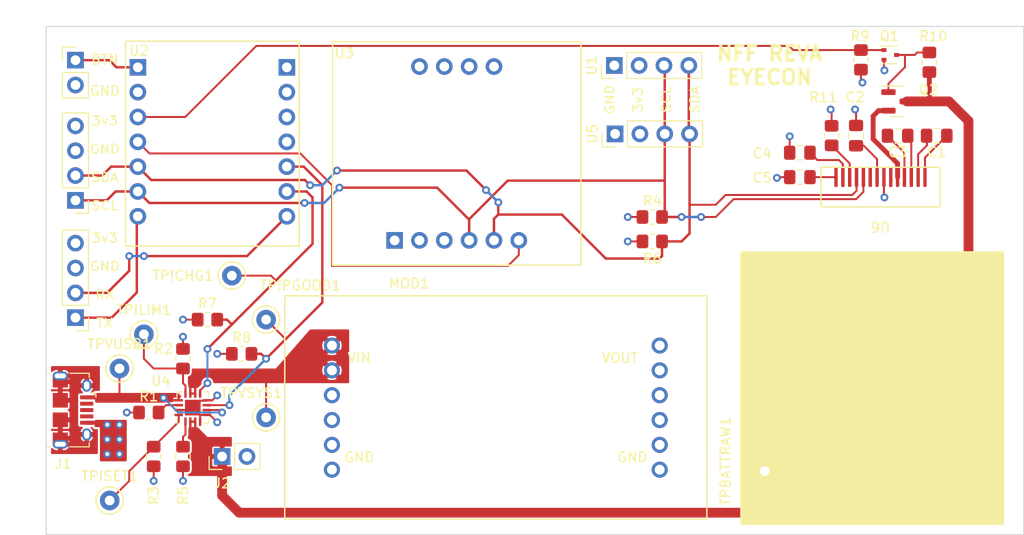
<source format=kicad_pcb>
(kicad_pcb (version 20211014) (generator pcbnew)
  (layers (0 "F.Cu" signal) (1 "In1.Cu" signal) (2 "In2.Cu" signal) (31 "B.Cu" signal) (34 "B.Paste" user) (35 "F.Paste" user) (36 "B.SilkS" user "B.Silkscreen") (37 "F.SilkS" user "F.Silkscreen") (38 "B.Mask" user) (39 "F.Mask" user) (44 "Edge.Cuts" user))
  (net 0 "")
  (net 1 "/C2P")
  (net 2 "/C2N")
  (net 3 "Net-(C2-Pad1)")
  (net 4 "GND")
  (net 5 "/C1P")
  (net 6 "/C1N")
  (net 7 "Net-(C4-Pad1)")
  (net 8 "Net-(C5-Pad1)")
  (net 9 "/+VUSB")
  (net 13 "unconnected-(J1-Pad6)")
  (net 14 "/VBATT_RAW")
  (net 15 "/BUTTON")
  (net 16 "/TX_FROM_MICRO")
  (net 17 "/RX_TO_MICRO")
  (net 18 "+3V3")
  (net 19 "/SCL")
  (net 20 "/SDA")
  (net 21 "/OLED_EN")
  (net 22 "Net-(Q1-Pad3)")
  (net 23 "/VBAT_OLED")
  (net 24 "Net-(R1-Pad2)")
  (net 25 "Net-(R2-Pad2)")
  (net 26 "Net-(R3-Pad2)")
  (net 27 "Net-(R5-Pad2)")
  (net 28 "/!CHG")
  (net 29 "/!PGOOD")
  (net 30 "Net-(R11-Pad1)")
  (net 32 "/BNO_RST")
  (net 42 "/VSYS")
  (footprint "po2:TPS51220EVM" (layer "F.Cu") (at 99 78)
    (fp_text reference "MOD1" (at -8.89 -12.7) (layer "F.SilkS"))
    (fp_text value "TPS61220EVM")
    (fp_text user "GND" (at 13.97 5.08) (layer "F.SilkS"))
    (fp_text user "VIN" (at -13.97 -5.08) (layer "F.SilkS"))
    (fp_text user "GND" (at -13.97 5.08) (layer "F.SilkS"))
    (fp_text user "VOUT" (at 12.7 -5.08) (layer "F.SilkS"))
    (pad "" thru_hole circle locked (at 16.764 1.27) (size 1.651 1.651) (drill 1.016) (layers *.Cu *.Mask))
    (pad "" thru_hole circle locked (at -16.764 -1.27) (size 1.651 1.651) (drill 1.016) (layers *.Cu *.Mask))
    (pad "" thru_hole circle locked (at 16.764 -1.27) (size 1.651 1.651) (drill 1.016) (layers *.Cu *.Mask))
    (pad "" thru_hole circle locked (at -16.764 1.27) (size 1.651 1.651) (drill 1.016) (layers *.Cu *.Mask))
    (pad "1" thru_hole circle locked (at -16.764 -3.81) (size 1.651 1.651) (drill 1.016) (layers *.Cu *.Mask) (net 42 "/VSYS"))
    (pad "1" thru_hole circle locked (at -16.764 -6.35) (size 1.651 1.651) (drill 1.016) (layers *.Cu *.Mask) (net 42 "/VSYS"))
    (pad "2" thru_hole circle locked (at -16.764 3.81) (size 1.651 1.651) (drill 1.016) (layers *.Cu *.Mask) (net 4 "GND"))
    (pad "2" thru_hole circle locked (at -16.764 6.35) (size 1.651 1.651) (drill 1.016) (layers *.Cu *.Mask) (net 4 "GND"))
    (pad "3" thru_hole circle locked (at 16.764 -6.35) (size 1.651 1.651) (drill 1.016) (layers *.Cu *.Mask) (net 18 "+3V3"))
    (pad "3" thru_hole circle locked (at 16.764 -3.81) (size 1.651 1.651) (drill 1.016) (layers *.Cu *.Mask) (net 18 "+3V3"))
    (pad "4" thru_hole circle locked (at 16.764 3.81) (size 1.651 1.651) (drill 1.016) (layers *.Cu *.Mask) (net 4 "GND"))
    (pad "4" thru_hole circle locked (at 16.764 6.35) (size 1.651 1.651) (drill 1.016) (layers *.Cu *.Mask) (net 4 "GND"))
  )
  (footprint "Connector_PinHeader_2.54mm:PinHeader_1x04_P2.54mm_Vertical" (layer "F.Cu") (at 111.12 43 90)
    (fp_text reference "U1" (at 0 -2.33 90) (layer "F.SilkS"))
    (fp_text value "MS5837 breakout")
    (pad "1" thru_hole rect (at 0 0 90) (size 1.7 1.7) (drill 1) (layers *.Cu *.Mask) (net 4 "GND"))
    (pad "2" thru_hole oval (at 0 2.54 90) (size 1.7 1.7) (drill 1) (layers *.Cu *.Mask) (net 18 "+3V3"))
    (pad "3" thru_hole oval (at 0 5.08 90) (size 1.7 1.7) (drill 1) (layers *.Cu *.Mask) (net 19 "/SCL"))
    (pad "4" thru_hole oval (at 0 7.62 90) (size 1.7 1.7) (drill 1) (layers *.Cu *.Mask) (net 20 "/SDA"))
  )
  (footprint "Resistor_SMD:R_0805_2012Metric_Pad1.20x1.40mm_HandSolder" (layer "F.Cu") (at 73 72.5)
    (fp_text reference "R8" (at 0 -1.65) (layer "F.SilkS"))
    (fp_text value "10k")
    (pad "1" smd roundrect (at -1 0) (size 1.2 1.4) (layers "F.Cu" "F.Paste" "F.Mask") (roundrect_rratio 0.2083333333) (net 18 "+3V3"))
    (pad "2" smd roundrect (at 1 0) (size 1.2 1.4) (layers "F.Cu" "F.Paste" "F.Mask") (roundrect_rratio 0.2083333333) (net 29 "/!PGOOD"))
  )
  (footprint "Package_DFN_QFN:VQFN-16-1EP_3x3mm_P0.5mm_EP1.6x1.6mm" (layer "F.Cu") (at 68 78 90)
    (fp_text reference "U4" (at 2.75 -3.25 180) (layer "F.SilkS"))
    (fp_text value "BQ24072RGT")
    (pad "1" smd roundrect (at -1.4375 -0.75 90) (size 0.875 0.25) (layers "F.Cu" "F.Paste" "F.Mask") (net 27 "Net-(R5-Pad2)"))
    (pad "2" smd roundrect (at -1.4375 -0.25 90) (size 0.875 0.25) (layers "F.Cu" "F.Paste" "F.Mask") (net 14 "/VBATT_RAW"))
    (pad "3" smd roundrect (at -1.4375 0.25 90) (size 0.875 0.25) (layers "F.Cu" "F.Paste" "F.Mask") (net 14 "/VBATT_RAW"))
    (pad "4" smd roundrect (at -1.4375 0.75 90) (size 0.875 0.25) (layers "F.Cu" "F.Paste" "F.Mask") (net 4 "GND"))
    (pad "5" smd roundrect (at -0.75 1.4375 90) (size 0.25 0.875) (layers "F.Cu" "F.Paste" "F.Mask") (net 4 "GND"))
    (pad "6" smd roundrect (at -0.25 1.4375 90) (size 0.25 0.875) (layers "F.Cu" "F.Paste" "F.Mask") (net 9 "/+VUSB"))
    (pad "7" smd roundrect (at 0.25 1.4375 90) (size 0.25 0.875) (layers "F.Cu" "F.Paste" "F.Mask") (net 29 "/!PGOOD"))
    (pad "8" smd roundrect (at 0.75 1.4375 90) (size 0.25 0.875) (layers "F.Cu" "F.Paste" "F.Mask") (net 4 "GND"))
    (pad "9" smd roundrect (at 1.4375 0.75 90) (size 0.875 0.25) (layers "F.Cu" "F.Paste" "F.Mask") (net 28 "/!CHG"))
    (pad "10" smd roundrect (at 1.4375 0.25 90) (size 0.875 0.25) (layers "F.Cu" "F.Paste" "F.Mask") (net 42 "/VSYS"))
    (pad "11" smd roundrect (at 1.4375 -0.25 90) (size 0.875 0.25) (layers "F.Cu" "F.Paste" "F.Mask") (net 42 "/VSYS"))
    (pad "12" smd roundrect (at 1.4375 -0.75 90) (size 0.875 0.25) (layers "F.Cu" "F.Paste" "F.Mask") (net 25 "Net-(R2-Pad2)"))
    (pad "13" smd roundrect (at 0.75 -1.4375 90) (size 0.25 0.875) (layers "F.Cu" "F.Paste" "F.Mask") (net 9 "/+VUSB"))
    (pad "14" smd roundrect (at 0.25 -1.4375 90) (size 0.25 0.875) (layers "F.Cu" "F.Paste" "F.Mask") (net 24 "Net-(R1-Pad2)"))
    (pad "15" smd roundrect (at -0.25 -1.4375 90) (size 0.25 0.875) (layers "F.Cu" "F.Paste" "F.Mask") (net 4 "GND"))
    (pad "16" smd roundrect (at -0.75 -1.4375 90) (size 0.25 0.875) (layers "F.Cu" "F.Paste" "F.Mask") (net 26 "Net-(R3-Pad2)"))
    (pad "17" smd rect (at 0 0 90) (size 1.6 1.6) (layers "F.Cu" "F.Mask") (net 4 "GND"))
  )
  (footprint "Capacitor_SMD:C_0805_2012Metric_Pad1.18x1.45mm_HandSolder" (layer "F.Cu") (at 144.1 50.191 180)
    (fp_text reference "C1" (at 0 -1.68) (layer "F.SilkS"))
    (fp_text value "C")
    (pad "1" smd roundrect (at -1.0375 0 180) (size 1.175 1.45) (layers "F.Cu" "F.Paste" "F.Mask") (roundrect_rratio 0.2127659574) (net 1 "/C2P"))
    (pad "2" smd roundrect (at 1.0375 0 180) (size 1.175 1.45) (layers "F.Cu" "F.Paste" "F.Mask") (roundrect_rratio 0.2127659574) (net 2 "/C2N"))
  )
  (footprint "Capacitor_SMD:C_0805_2012Metric_Pad1.18x1.45mm_HandSolder" (layer "F.Cu") (at 130.1 51.925 180)
    (fp_text reference "C4" (at 3.85 -0.075) (layer "F.SilkS"))
    (fp_text value "C")
    (pad "1" smd roundrect (at -1.0375 0 180) (size 1.175 1.45) (layers "F.Cu" "F.Paste" "F.Mask") (roundrect_rratio 0.2127659574) (net 7 "Net-(C4-Pad1)"))
    (pad "2" smd roundrect (at 1.0375 0 180) (size 1.175 1.45) (layers "F.Cu" "F.Paste" "F.Mask") (roundrect_rratio 0.2127659574) (net 4 "GND"))
  )
  (footprint "Connector_PinHeader_2.54mm:PinHeader_1x04_P2.54mm_Vertical" (layer "F.Cu") (at 56 56.8 180)
    (fp_text reference "J5" hide)
    (fp_text value "Conn_01x04_Female")
    (pad "1" thru_hole rect (at 0 0 180) (size 1.7 1.7) (drill 1) (layers *.Cu *.Mask) (net 19 "/SCL"))
    (pad "2" thru_hole oval (at 0 2.54 180) (size 1.7 1.7) (drill 1) (layers *.Cu *.Mask) (net 20 "/SDA"))
    (pad "3" thru_hole oval (at 0 5.08 180) (size 1.7 1.7) (drill 1) (layers *.Cu *.Mask) (net 4 "GND"))
    (pad "4" thru_hole oval (at 0 7.62 180) (size 1.7 1.7) (drill 1) (layers *.Cu *.Mask) (net 18 "+3V3"))
  )
  (footprint "Package_TO_SOT_SMD:SOT-523" (layer "F.Cu") (at 139.35 41.925)
    (fp_text reference "Q1" (at -0.1 -1.925) (layer "F.SilkS"))
    (fp_text value "Q_NMOS_GSD")
    (pad "1" smd rect (at -0.645 -0.5 180) (size 0.51 0.4) (layers "F.Cu" "F.Paste" "F.Mask") (net 21 "/OLED_EN"))
    (pad "2" smd rect (at -0.645 0.5 180) (size 0.51 0.4) (layers "F.Cu" "F.Paste" "F.Mask") (net 4 "GND"))
    (pad "3" smd rect (at 0.645 0 180) (size 0.51 0.4) (layers "F.Cu" "F.Paste" "F.Mask") (net 22 "Net-(Q1-Pad3)"))
  )
  (footprint "Connector_PinHeader_2.54mm:PinHeader_1x04_P2.54mm_Vertical" (layer "F.Cu") (at 56 68.8 180)
    (fp_text reference "J4" hide)
    (fp_text value "Conn_01x04_Female")
    (pad "1" thru_hole rect (at 0 0 180) (size 1.7 1.7) (drill 1) (layers *.Cu *.Mask) (net 16 "/TX_FROM_MICRO"))
    (pad "2" thru_hole oval (at 0 2.54 180) (size 1.7 1.7) (drill 1) (layers *.Cu *.Mask) (net 17 "/RX_TO_MICRO"))
    (pad "3" thru_hole oval (at 0 5.08 180) (size 1.7 1.7) (drill 1) (layers *.Cu *.Mask) (net 4 "GND"))
    (pad "4" thru_hole oval (at 0 7.62 180) (size 1.7 1.7) (drill 1) (layers *.Cu *.Mask) (net 18 "+3V3"))
  )
  (footprint "Connector_PinHeader_2.54mm:PinHeader_1x02_P2.54mm_Vertical" (layer "F.Cu") (at 56 42.46)
    (fp_text reference "J3" hide)
    (fp_text value "Conn_01x02_Female")
    (pad "1" thru_hole rect (at 0 0) (size 1.7 1.7) (drill 1) (layers *.Cu *.Mask) (net 15 "/BUTTON"))
    (pad "2" thru_hole oval (at 0 2.54) (size 1.7 1.7) (drill 1) (layers *.Cu *.Mask) (net 4 "GND"))
  )
  (footprint "TestPoint:TestPoint_Keystone_5000-5004_Miniature" (layer "F.Cu") (at 75.5 79)
    (fp_text reference "TPVSYS1" (at -1.5 -2.5) (layer "F.SilkS"))
    (fp_text value "TestPoint")
    (pad "1" thru_hole circle (at 0 0) (size 2 2) (drill 1) (layers *.Cu *.Mask) (net 42 "/VSYS"))
  )
  (footprint "TestPoint:TestPoint_Keystone_5000-5004_Miniature" (layer "F.Cu") (at 75.5 69)
    (fp_text reference "TP!PGOOD1" (at 3.5 -3.5) (layer "F.SilkS"))
    (fp_text value "TestPoint")
    (pad "1" thru_hole circle (at 0 0) (size 2 2) (drill 1) (layers *.Cu *.Mask) (net 29 "/!PGOOD"))
  )
  (footprint "Resistor_SMD:R_0805_2012Metric_Pad1.20x1.40mm_HandSolder" (layer "F.Cu") (at 69.5 69)
    (fp_text reference "R7" (at 0 -1.65) (layer "F.SilkS"))
    (fp_text value "10k")
    (pad "1" smd roundrect (at -1 0) (size 1.2 1.4) (layers "F.Cu" "F.Paste" "F.Mask") (roundrect_rratio 0.2083333333) (net 18 "+3V3"))
    (pad "2" smd roundrect (at 1 0) (size 1.2 1.4) (layers "F.Cu" "F.Paste" "F.Mask") (roundrect_rratio 0.2083333333) (net 28 "/!CHG"))
  )
  (footprint "Connector_USB:USB_Micro-B_Amphenol_10118194_Horizontal" (layer "F.Cu") (at 55.75 78.25 -90)
    (fp_text reference "J1" (at 5.5 1 180) (layer "F.SilkS"))
    (fp_text value "USB_B_Micro")
    (pad "1" smd rect (at -1.3 -1.4 270) (size 0.4 1.35) (layers "F.Cu" "F.Paste" "F.Mask") (net 9 "/+VUSB"))
    (pad "2" smd rect (at -0.65 -1.4 270) (size 0.4 1.35) (layers "F.Cu" "F.Paste" "F.Mask"))
    (pad "3" smd rect (at 0 -1.4 270) (size 0.4 1.35) (layers "F.Cu" "F.Paste" "F.Mask"))
    (pad "4" smd rect (at 0.65 -1.4 270) (size 0.4 1.35) (layers "F.Cu" "F.Paste" "F.Mask"))
    (pad "5" smd rect (at 1.3 -1.4 270) (size 0.4 1.35) (layers "F.Cu" "F.Paste" "F.Mask") (net 4 "GND"))
    (pad "6" thru_hole oval (at -2.5 -1.4 270) (size 1.25 0.95) (drill oval 0.85 0.55) (layers *.Cu *.Mask) (net 13 "unconnected-(J1-Pad6)"))
    (pad "6" thru_hole oval (at 3.5 1.3 270) (size 0.89 1.55) (drill oval 0.5 1.15) (layers *.Cu *.Mask) (net 13 "unconnected-(J1-Pad6)"))
    (pad "6" smd rect (at -1 1.3 270) (size 1.5 1.55) (layers "F.Cu" "F.Paste" "F.Mask") (net 13 "unconnected-(J1-Pad6)"))
    (pad "6" thru_hole oval (at 2.5 -1.4 270) (size 1.25 0.95) (drill oval 0.85 0.55) (layers *.Cu *.Mask) (net 13 "unconnected-(J1-Pad6)"))
    (pad "6" smd rect (at 2.9 1.3 270) (size 1.2 1.55) (layers "F.Cu" "F.Paste" "F.Mask") (net 13 "unconnected-(J1-Pad6)"))
    (pad "6" thru_hole oval (at -3.5 1.3 270) (size 0.89 1.55) (drill oval 0.5 1.15) (layers *.Cu *.Mask) (net 13 "unconnected-(J1-Pad6)"))
    (pad "6" smd rect (at -2.9 1.3 270) (size 1.2 1.55) (layers "F.Cu" "F.Paste" "F.Mask") (net 13 "unconnected-(J1-Pad6)"))
    (pad "6" smd rect (at 1 1.3 270) (size 1.5 1.55) (layers "F.Cu" "F.Paste" "F.Mask") (net 13 "unconnected-(J1-Pad6)"))
  )
  (footprint "TestPoint:TestPoint_Keystone_5000-5004_Miniature" (layer "F.Cu") (at 59.5 87.5)
    (fp_text reference "TPISET1" (at 0 -2.5) (layer "F.SilkS"))
    (fp_text value "TestPoint")
    (pad "1" thru_hole circle (at 0 0) (size 2 2) (drill 1) (layers *.Cu *.Mask) (net 26 "Net-(R3-Pad2)"))
  )
  (footprint "Resistor_SMD:R_0805_2012Metric_Pad1.20x1.40mm_HandSolder" (layer "F.Cu") (at 143.35 42.675 90)
    (fp_text reference "R10" (at 2.675 0.4) (layer "F.SilkS"))
    (fp_text value "R")
    (pad "1" smd roundrect (at -1 0 90) (size 1.2 1.4) (layers "F.Cu" "F.Paste" "F.Mask") (roundrect_rratio 0.2083333333) (net 14 "/VBATT_RAW"))
    (pad "2" smd roundrect (at 1 0 90) (size 1.2 1.4) (layers "F.Cu" "F.Paste" "F.Mask") (roundrect_rratio 0.2083333333) (net 22 "Net-(Q1-Pad3)"))
  )
  (footprint "Capacitor_SMD:C_0805_2012Metric_Pad1.18x1.45mm_HandSolder" (layer "F.Cu") (at 130.1 54.425 180)
    (fp_text reference "C5" (at 3.85 -0.075) (layer "F.SilkS"))
    (fp_text value "C")
    (pad "1" smd roundrect (at -1.0375 0 180) (size 1.175 1.45) (layers "F.Cu" "F.Paste" "F.Mask") (roundrect_rratio 0.2127659574) (net 8 "Net-(C5-Pad1)"))
    (pad "2" smd roundrect (at 1.0375 0 180) (size 1.175 1.45) (layers "F.Cu" "F.Paste" "F.Mask") (roundrect_rratio 0.2127659574) (net 4 "GND"))
  )
  (footprint "Resistor_SMD:R_0805_2012Metric_Pad1.20x1.40mm_HandSolder" (layer "F.Cu") (at 63.5 78.5)
    (fp_text reference "R1" (at 0 -1.65) (layer "F.SilkS"))
    (fp_text value "46k4")
    (pad "1" smd roundrect (at -1 0) (size 1.2 1.4) (layers "F.Cu" "F.Paste" "F.Mask") (roundrect_rratio 0.2083333333) (net 4 "GND"))
    (pad "2" smd roundrect (at 1 0) (size 1.2 1.4) (layers "F.Cu" "F.Paste" "F.Mask") (roundrect_rratio 0.2083333333) (net 24 "Net-(R1-Pad2)"))
  )
  (footprint "Resistor_SMD:R_0805_2012Metric_Pad1.20x1.40mm_HandSolder" (layer "F.Cu") (at 64 83 90)
    (fp_text reference "R3" (at -4 0 90) (layer "F.SilkS"))
    (fp_text value "7k5")
    (pad "1" smd roundrect (at -1 0 90) (size 1.2 1.4) (layers "F.Cu" "F.Paste" "F.Mask") (roundrect_rratio 0.2083333333) (net 4 "GND"))
    (pad "2" smd roundrect (at 1 0 90) (size 1.2 1.4) (layers "F.Cu" "F.Paste" "F.Mask") (roundrect_rratio 0.2083333333) (net 26 "Net-(R3-Pad2)"))
  )
  (footprint "Capacitor_SMD:C_0805_2012Metric_Pad1.18x1.45mm_HandSolder" (layer "F.Cu") (at 135.85 50.175 90)
    (fp_text reference "C2" (at 3.925 -0.1 180) (layer "F.SilkS"))
    (fp_text value "C")
    (pad "1" smd roundrect (at -1.0375 0 90) (size 1.175 1.45) (layers "F.Cu" "F.Paste" "F.Mask") (roundrect_rratio 0.2127659574) (net 3 "Net-(C2-Pad1)"))
    (pad "2" smd roundrect (at 1.0375 0 90) (size 1.175 1.45) (layers "F.Cu" "F.Paste" "F.Mask") (roundrect_rratio 0.2127659574) (net 4 "GND"))
  )
  (footprint "DevBoards:QTPY ESP32 C3" (layer "F.Cu") (at 70 44.9675)
    (fp_text reference "U2" (at -7.5 -3.4675 unlocked) (layer "F.SilkS"))
    (fp_text value "Adafruit_QTPY_ESP32-C3")
    (pad "1" thru_hole rect (at -7.62 -1.778) (size 1.7 1.7) (drill 1) (layers *.Cu *.Mask) (net 15 "/BUTTON"))
    (pad "2" thru_hole oval (at -7.62 0.762) (size 1.7 1.7) (drill 1) (layers *.Cu *.Mask))
    (pad "3" thru_hole oval (at -7.62 3.302) (size 1.7 1.7) (drill 1) (layers *.Cu *.Mask) (net 21 "/OLED_EN"))
    (pad "4" thru_hole oval (at -7.62 5.842) (size 1.7 1.7) (drill 1) (layers *.Cu *.Mask) (net 32 "/BNO_RST"))
    (pad "5" thru_hole oval (at -7.62 8.382) (size 1.7 1.7) (drill 1) (layers *.Cu *.Mask) (net 20 "/SDA"))
    (pad "6" thru_hole oval (at -7.62 10.922) (size 1.7 1.7) (drill 1) (layers *.Cu *.Mask) (net 19 "/SCL"))
    (pad "7" thru_hole oval (at -7.62 13.462) (size 1.7 1.7) (drill 1) (layers *.Cu *.Mask) (net 16 "/TX_FROM_MICRO"))
    (pad "8" thru_hole oval (at 7.62 13.462) (size 1.7 1.7) (drill 1) (layers *.Cu *.Mask) (net 17 "/RX_TO_MICRO"))
    (pad "9" thru_hole oval (at 7.62 10.922) (size 1.7 1.7) (drill 1) (layers *.Cu *.Mask) (net 28 "/!CHG"))
    (pad "10" thru_hole oval (at 7.62 8.382) (size 1.7 1.7) (drill 1) (layers *.Cu *.Mask) (net 29 "/!PGOOD"))
    (pad "11" thru_hole oval (at 7.62 5.842) (size 1.7 1.7) (drill 1) (layers *.Cu *.Mask))
    (pad "12" thru_hole oval (at 7.62 3.302) (size 1.7 1.7) (drill 1) (layers *.Cu *.Mask) (net 18 "+3V3"))
    (pad "13" thru_hole oval (at 7.62 0.762) (size 1.7 1.7) (drill 1) (layers *.Cu *.Mask) (net 4 "GND"))
    (pad "14" thru_hole rect (at 7.62 -1.778) (size 1.7 1.7) (drill 1) (layers *.Cu *.Mask))
  )
  (footprint "Connector_PinHeader_2.54mm:PinHeader_1x02_P2.54mm_Vertical" (layer "F.Cu") (at 71 83 90)
    (fp_text reference "J2" (at -2.75 0) (layer "F.SilkS"))
    (fp_text value "Conn_01x02_Female")
    (pad "1" thru_hole rect (at 0 0 90) (size 1.7 1.7) (drill 1) (layers *.Cu *.Mask) (net 14 "/VBATT_RAW"))
    (pad "2" thru_hole oval (at 0 2.54 90) (size 1.7 1.7) (drill 1) (layers *.Cu *.Mask) (net 4 "GND"))
  )
  (footprint "Resistor_SMD:R_0805_2012Metric_Pad1.20x1.40mm_HandSolder" (layer "F.Cu") (at 133.35 50.175 90)
    (fp_text reference "R11" (at 3.925 -0.85) (layer "F.SilkS"))
    (fp_text value "R")
    (pad "1" smd roundrect (at -1 0 90) (size 1.2 1.4) (layers "F.Cu" "F.Paste" "F.Mask") (roundrect_rratio 0.2083333333) (net 30 "Net-(R11-Pad1)"))
    (pad "2" smd roundrect (at 1 0 90) (size 1.2 1.4) (layers "F.Cu" "F.Paste" "F.Mask") (roundrect_rratio 0.2083333333) (net 4 "GND"))
  )
  (footprint "TestPoint:TestPoint_Keystone_5000-5004_Miniature" (layer "F.Cu") (at 72 64.5)
    (fp_text reference "TP!CHG1" (at -5 0) (layer "F.SilkS"))
    (fp_text value "TestPoint")
    (pad "1" thru_hole circle (at 0 0) (size 2 2) (drill 1) (layers *.Cu *.Mask) (net 28 "/!CHG"))
  )
  (footprint "oled:ER OLED49.0" (layer "F.Cu") (at 138.35 54.425 180)
    (fp_text reference "U6" (at 0 -5.08 180 unlocked) (layer "F.SilkS"))
    (fp_text value "ER-OLED0.49-1")
    (pad "1" smd roundrect (at -4.55 0) (size 0.35 2) (layers "F.Cu" "F.Paste" "F.Mask") (net 1 "/C2P"))
    (pad "2" smd roundrect (at -3.85 0) (size 0.35 2) (layers "F.Cu" "F.Paste" "F.Mask") (net 2 "/C2N"))
    (pad "3" smd roundrect (at -3.15 0) (size 0.35 2) (layers "F.Cu" "F.Paste" "F.Mask") (net 5 "/C1P"))
    (pad "4" smd roundrect (at -2.45 0) (size 0.35 2) (layers "F.Cu" "F.Paste" "F.Mask") (net 6 "/C1N"))
    (pad "5" smd roundrect (at -1.75 0) (size 0.35 2) (layers "F.Cu" "F.Paste" "F.Mask") (net 23 "/VBAT_OLED"))
    (pad "6" smd roundrect (at -1.05 0) (size 0.35 2) (layers "F.Cu" "F.Paste" "F.Mask"))
    (pad "7" smd roundrect (at -0.35 0) (size 0.35 2) (layers "F.Cu" "F.Paste" "F.Mask") (net 4 "GND"))
    (pad "8" smd roundrect (at 0.35 0) (size 0.35 2) (layers "F.Cu" "F.Paste" "F.Mask") (net 3 "Net-(C2-Pad1)"))
    (pad "9" smd roundrect (at 1.05 0) (size 0.35 2) (layers "F.Cu" "F.Paste" "F.Mask"))
    (pad "10" smd roundrect (at 1.75 -0.005128) (size 0.35 2) (layers "F.Cu" "F.Paste" "F.Mask") (net 19 "/SCL"))
    (pad "11" smd roundrect (at 2.45 0) (size 0.35 2) (layers "F.Cu" "F.Paste" "F.Mask") (net 20 "/SDA"))
    (pad "12" smd roundrect (at 3.15 0) (size 0.35 2) (layers "F.Cu" "F.Paste" "F.Mask") (net 30 "Net-(R11-Pad1)"))
    (pad "13" smd roundrect (at 3.85 -0.005128) (size 0.35 2) (layers "F.Cu" "F.Paste" "F.Mask") (net 7 "Net-(C4-Pad1)"))
    (pad "14" smd roundrect (at 4.55 0) (size 0.35 2) (layers "F.Cu" "F.Paste" "F.Mask") (net 8 "Net-(C5-Pad1)"))
  )
  (footprint "TestPoint:TestPoint_Keystone_5000-5004_Miniature" (layer "F.Cu") (at 63 70.5)
    (fp_text reference "TPILIM1" (at 0 -2.5) (layer "F.SilkS"))
    (fp_text value "TestPoint")
    (pad "1" thru_hole circle (at 0 0) (size 2 2) (drill 1) (layers *.Cu *.Mask) (net 25 "Net-(R2-Pad2)"))
  )
  (footprint "TestPoint:TestPoint_Keystone_5000-5004_Miniature" (layer "F.Cu") (at 60.5 74)
    (fp_text reference "TPVUSB1" (at 0 -2.5) (layer "F.SilkS"))
    (fp_text value "TestPoint")
    (pad "1" thru_hole circle (at 0 0) (size 2 2) (drill 1) (layers *.Cu *.Mask) (net 9 "/+VUSB"))
  )
  (footprint "Resistor_SMD:R_0805_2012Metric_Pad1.20x1.40mm_HandSolder" (layer "F.Cu") (at 67 83 90)
    (fp_text reference "R5" (at -4 0 90) (layer "F.SilkS"))
    (fp_text value "10k")
    (pad "1" smd roundrect (at -1 0 90) (size 1.2 1.4) (layers "F.Cu" "F.Paste" "F.Mask") (roundrect_rratio 0.2083333333) (net 4 "GND"))
    (pad "2" smd roundrect (at 1 0 90) (size 1.2 1.4) (layers "F.Cu" "F.Paste" "F.Mask") (roundrect_rratio 0.2083333333) (net 27 "Net-(R5-Pad2)"))
  )
  (footprint "TestPoint:TestPoint_Keystone_5000-5004_Miniature" (layer "F.Cu") (at 126.5 84.5)
    (fp_text reference "TPBATTRAW1" (at -4 -1 90) (layer "F.SilkS"))
    (fp_text value "TestPoint")
    (pad "1" thru_hole circle (at 0 0) (size 2 2) (drill 1) (layers *.Cu *.Mask) (net 14 "/VBATT_RAW"))
  )
  (footprint "Resistor_SMD:R_0805_2012Metric_Pad1.20x1.40mm_HandSolder" (layer "F.Cu") (at 115 58.5)
    (fp_text reference "R4" (at 0 -1.65) (layer "F.SilkS"))
    (fp_text value "R")
    (pad "1" smd roundrect (at -1 0) (size 1.2 1.4) (layers "F.Cu" "F.Paste" "F.Mask") (roundrect_rratio 0.2083333333) (net 18 "+3V3"))
    (pad "2" smd roundrect (at 1 0) (size 1.2 1.4) (layers "F.Cu" "F.Paste" "F.Mask") (roundrect_rratio 0.2083333333) (net 19 "/SCL"))
  )
  (footprint "Resistor_SMD:R_0805_2012Metric_Pad1.20x1.40mm_HandSolder" (layer "F.Cu") (at 136.35 42.425 90)
    (fp_text reference "R9" (at 2.425 -0.1 180) (layer "F.SilkS"))
    (fp_text value "R")
    (pad "1" smd roundrect (at -1 0 90) (size 1.2 1.4) (layers "F.Cu" "F.Paste" "F.Mask") (roundrect_rratio 0.2083333333) (net 4 "GND"))
    (pad "2" smd roundrect (at 1 0 90) (size 1.2 1.4) (layers "F.Cu" "F.Paste" "F.Mask") (roundrect_rratio 0.2083333333) (net 21 "/OLED_EN"))
  )
  (footprint "Capacitor_SMD:C_0805_2012Metric_Pad1.18x1.45mm_HandSolder" (layer "F.Cu") (at 140.1 50.191 180)
    (fp_text reference "C3" (at 0 -1.68) (layer "F.SilkS"))
    (fp_text value "C")
    (pad "1" smd roundrect (at -1.0375 0 180) (size 1.175 1.45) (layers "F.Cu" "F.Paste" "F.Mask") (roundrect_rratio 0.2127659574) (net 5 "/C1P"))
    (pad "2" smd roundrect (at 1.0375 0 180) (size 1.175 1.45) (layers "F.Cu" "F.Paste" "F.Mask") (roundrect_rratio 0.2127659574) (net 6 "/C1N"))
  )
  (footprint "Resistor_SMD:R_0805_2012Metric_Pad1.20x1.40mm_HandSolder" (layer "F.Cu") (at 115 61)
    (fp_text reference "R6" (at 0 1.75) (layer "F.SilkS"))
    (fp_text value "R")
    (pad "1" smd roundrect (at -1 0) (size 1.2 1.4) (layers "F.Cu" "F.Paste" "F.Mask") (roundrect_rratio 0.2083333333) (net 18 "+3V3"))
    (pad "2" smd roundrect (at 1 0) (size 1.2 1.4) (layers "F.Cu" "F.Paste" "F.Mask") (roundrect_rratio 0.2083333333) (net 20 "/SDA"))
  )
  (footprint "Package_TO_SOT_SMD:SOT-23" (layer "F.Cu") (at 140.1 46.675)
    (fp_text reference "Q2" (at 3.15 -1.175) (layer "F.SilkS"))
    (fp_text value "Q_PMOS_GSD")
    (pad "1" smd roundrect (at -0.9375 -0.95) (size 1.475 0.6) (layers "F.Cu" "F.Paste" "F.Mask") (net 22 "Net-(Q1-Pad3)"))
    (pad "2" smd roundrect (at -0.9375 0.95) (size 1.475 0.6) (layers "F.Cu" "F.Paste" "F.Mask") (net 23 "/VBAT_OLED"))
    (pad "3" smd roundrect (at 0.9375 0) (size 1.475 0.6) (layers "F.Cu" "F.Paste" "F.Mask") (net 14 "/VBATT_RAW"))
  )
  (footprint "DevBoards:Adafruit_BNO_055" (layer "F.Cu") (at 95 43.11)
    (fp_text reference "U3" (at -11.5 -1.36 unlocked) (layer "F.SilkS"))
    (fp_text value "Adafruit_BNO_055")
    (pad "1" thru_hole oval (at 3.81 0 90) (size 1.7 1.7) (drill 1) (layers *.Cu *.Mask))
    (pad "2" thru_hole oval (at 1.27 0 90) (size 1.7 1.7) (drill 1) (layers *.Cu *.Mask))
    (pad "3" thru_hole oval (at -1.27 0 90) (size 1.7 1.7) (drill 1) (layers *.Cu *.Mask))
    (pad "4" thru_hole oval (at -3.81 0 90) (size 1.7 1.7) (drill 1) (layers *.Cu *.Mask))
    (pad "5" thru_hole rect (at -6.35 17.78 90) (size 1.7 1.7) (drill 1) (layers *.Cu *.Mask))
    (pad "6" thru_hole oval (at -3.81 17.78 90) (size 1.7 1.7) (drill 1) (layers *.Cu *.Mask) (net 18 "+3V3"))
    (pad "7" thru_hole oval (at -1.27 17.78 90) (size 1.7 1.7) (drill 1) (layers *.Cu *.Mask) (net 4 "GND"))
    (pad "8" thru_hole oval (at 1.27 17.78 90) (size 1.7 1.7) (drill 1) (layers *.Cu *.Mask) (net 19 "/SCL"))
    (pad "9" thru_hole oval (at 3.81 17.78 90) (size 1.7 1.7) (drill 1) (layers *.Cu *.Mask) (net 20 "/SDA"))
    (pad "10" thru_hole oval (at 6.35 17.78 90) (size 1.7 1.7) (drill 1) (layers *.Cu *.Mask) (net 32 "/BNO_RST"))
  )
  (footprint "Resistor_SMD:R_0805_2012Metric_Pad1.20x1.40mm_HandSolder" (layer "F.Cu") (at 67 73 -90)
    (fp_text reference "R2" (at -1 2 180) (layer "F.SilkS"))
    (fp_text value "3k0")
    (pad "1" smd roundrect (at -1 0 270) (size 1.2 1.4) (layers "F.Cu" "F.Paste" "F.Mask") (roundrect_rratio 0.2083333333) (net 4 "GND"))
    (pad "2" smd roundrect (at 1 0 270) (size 1.2 1.4) (layers "F.Cu" "F.Paste" "F.Mask") (roundrect_rratio 0.2083333333) (net 25 "Net-(R2-Pad2)"))
  )
  (footprint "Connector_PinHeader_2.54mm:PinHeader_1x04_P2.54mm_Vertical" (layer "F.Cu") (at 111.2 50 90)
    (fp_text reference "U5" (at 0 -2.33 90) (layer "F.SilkS"))
    (fp_text value "ER-OLED0.49-1_MODULE")
    (pad "1" thru_hole rect (at 0 0 90) (size 1.7 1.7) (drill 1) (layers *.Cu *.Mask) (net 4 "GND"))
    (pad "2" thru_hole oval (at 0 2.54 90) (size 1.7 1.7) (drill 1) (layers *.Cu *.Mask) (net 18 "+3V3"))
    (pad "3" thru_hole oval (at 0 5.08 90) (size 1.7 1.7) (drill 1) (layers *.Cu *.Mask) (net 19 "/SCL"))
    (pad "4" thru_hole oval (at 0 7.62 90) (size 1.7 1.7) (drill 1) (layers *.Cu *.Mask) (net 20 "/SDA"))
  )
  (gr_rect (start 53 39) (end 153 91) (layer "Edge.Cuts") (width 0.1) (fill none))
  (gr_text "GND\n\n3v3\n\nSCL\n\nSDA" (at 115 46.5 90) (layer "F.SilkS") (effects (font (size 0.9 1))))
  (gr_text "3v3\n\nGND\n\nSDA\n\nSCL" (at 59 53) (layer "F.SilkS") (effects (font (size 0.9 1))))
  (gr_text "BTN\n\nGND" (at 59 44) (layer "F.SilkS") (effects (font (size 1 1))))
  (gr_text "3v3\n\nGND\n\nRX\n\nTX" (at 59 65) (layer "F.SilkS") (effects (font (size 0.9 1))))
  (gr_text "NFF REVA\nEYECON" (at 127 43) (layer "F.SilkS") (effects (font (size 1.5 1.5) (thickness 0.3))))
  (segment (start 142.9 54.425) (end 142.9 52.4285) (width 0.2) (layer "F.Cu") (net 1))
  (segment (start 142.9 52.4285) (end 145.1375 50.191) (width 0.2) (layer "F.Cu") (net 1))
  (segment (start 142.2 52.075) (end 143.1 51.175) (width 0.2) (layer "F.Cu") (net 2))
  (segment (start 142.2 54.425) (end 142.2 52.075) (width 0.2) (layer "F.Cu") (net 2))
  (segment (start 143.1 50.2285) (end 143.0625 50.191) (width 0.2) (layer "F.Cu") (net 2))
  (segment (start 143.1 51.175) (end 143.1 50.2285) (width 0.2) (layer "F.Cu") (net 2))
  (segment (start 138 52.575) (end 136.6375 51.2125) (width 0.2) (layer "F.Cu") (net 3))
  (segment (start 138 54.425) (end 138 52.575) (width 0.2) (layer "F.Cu") (net 3))
  (segment (start 136.6375 51.2125) (end 135.85 51.2125) (width 0.2) (layer "F.Cu") (net 3))
  (segment (start 66.5625 78.25) (end 67.75 78.25) (width 0.2) (layer "F.Cu") (net 4))
  (segment (start 69.4375 77.25) (end 69.38798 77.29952) (width 0.2) (layer "F.Cu") (net 4))
  (segment (start 138.7 56.45) (end 138.75 56.5) (width 0.2) (layer "F.Cu") (net 4))
  (segment (start 67.75 78.25) (end 68 78) (width 0.2) (layer "F.Cu") (net 4))
  (segment (start 135.85 49.1375) (end 135.85 47.6) (width 0.2) (layer "F.Cu") (net 4))
  (segment (start 135.85 47.6) (end 135.75 47.5) (width 0.2) (layer "F.Cu") (net 4))
  (segment (start 67 72) (end 67 70.75) (width 0.2) (layer "F.Cu") (net 4))
  (segment (start 138.705 43.295) (end 138.705 43.455) (width 0.2) (layer "F.Cu") (net 4))
  (segment (start 69.38798 77.29952) (end 68.70048 77.29952) (width 0.2) (layer "F.Cu") (net 4))
  (segment (start 136.35 43.425) (end 136.35 44.6) (width 0.2) (layer "F.Cu") (net 4))
  (segment (start 68.75 79.4375) (end 68.75 78.75) (width 0.2) (layer "F.Cu") (net 4))
  (segment (start 68.70048 77.29952) (end 68 78) (width 0.2) (layer "F.Cu") (net 4))
  (segment (start 129.0625 51.925) (end 129.0625 50.25) (width 0.2) (layer "F.Cu") (net 4))
  (segment (start 69.4375 77.25) (end 70 77.25) (width 0.2) (layer "F.Cu") (net 4))
  (segment (start 68.75 78.75) (end 68 78) (width 0.2) (layer "F.Cu") (net 4))
  (segment (start 64 84) (end 64 85.25) (width 0.2) (layer "F.Cu") (net 4))
  (segment (start 138.705 42.425) (end 138.705 43.295) (width 0.2) (layer "F.Cu") (net 4))
  (segment (start 133.35 47.6) (end 133.25 47.5) (width 0.2) (layer "F.Cu") (net 4))
  (segment (start 133.35 49.175) (end 133.35 47.6) (width 0.2) (layer "F.Cu") (net 4))
  (segment (start 136.35 44.6) (end 136.5 44.75) (width 0.2) (layer "F.Cu") (net 4))
  (segment (start 67 84) (end 67 85.5) (width 0.2) (layer "F.Cu") (net 4))
  (segment (start 138.705 43.455) (end 138.75 43.5) (width 0.2) (layer "F.Cu") (net 4))
  (segment (start 62.5 78.5) (end 61.25 78.5) (width 0.2) (layer "F.Cu") (net 4))
  (segment (start 127.825 54.425) (end 127.75 54.5) (width 0.2) (layer "F.Cu") (net 4))
  (segment (start 127.925 54.425) (end 127.825 54.425) (width 0.2) (layer "F.Cu") (net 4))
  (segment (start 138.7 54.425) (end 138.7 56.45) (width 0.2) (layer "F.Cu") (net 4))
  (segment (start 69.4375 78.75) (end 68.75 78.75) (width 0.2) (layer "F.Cu") (net 4))
  (segment (start 129.0625 54.425) (end 127.925 54.425) (width 0.2) (layer "F.Cu") (net 4))
  (segment (start 69.4375 78.75) (end 69.75 78.75) (width 0.2) (layer "F.Cu") (net 4))
  (segment (start 70 77.25) (end 70.5 76.75) (width 0.2) (layer "F.Cu") (net 4))
  (segment (start 64 85.25) (end 64 85.5) (width 0.2) (layer "F.Cu") (net 4))
  (segment (start 69.75 78.75) (end 70.5 79.5) (width 0.2) (layer "F.Cu") (net 4))
  (via (at 59.25 82.75) (size 0.8) (drill 0.4) (layers "F.Cu" "B.Cu") (net 4))
  (via (at 138.75 56.5) (size 0.8) (drill 0.4) (layers "F.Cu" "B.Cu") (net 4))
  (via (at 67 70.75) (size 0.8) (drill 0.4) (layers "F.Cu" "B.Cu") (net 4))
  (via (at 136.5 44.75) (size 0.8) (drill 0.4) (layers "F.Cu" "B.Cu") (net 4))
  (via (at 127.75 54.5) (size 0.8) (drill 0.4) (layers "F.Cu" "B.Cu") (net 4))
  (via (at 135.75 47.5) (size 0.8) (drill 0.4) (layers "F.Cu" "B.Cu") (net 4))
  (via (at 61.25 78.5) (size 0.8) (drill 0.4) (layers "F.Cu" "B.Cu") (net 4))
  (via (at 60.5 79.75) (size 0.8) (drill 0.4) (layers "F.Cu" "B.Cu") (net 4))
  (via (at 64 85.5) (size 0.8) (drill 0.4) (layers "F.Cu" "B.Cu") (net 4))
  (via (at 70.5 79.5) (size 0.8) (drill 0.4) (layers "F.Cu" "B.Cu") (net 4))
  (via (at 59.25 81.25) (size 0.8) (drill 0.4) (layers "F.Cu" "B.Cu") (net 4))
  (via (at 133.25 47.5) (size 0.8) (drill 0.4) (layers "F.Cu" "B.Cu") (net 4))
  (via (at 70.5 76.75) (size 0.8) (drill 0.4) (layers "F.Cu" "B.Cu") (net 4))
  (via (at 138.75 43.5) (size 0.8) (drill 0.4) (layers "F.Cu" "B.Cu") (net 4))
  (via (at 60.5 81.25) (size 0.8) (drill 0.4) (layers "F.Cu" "B.Cu") (net 4))
  (via (at 60.5 82.75) (size 0.8) (drill 0.4) (layers "F.Cu" "B.Cu") (net 4))
  (via (at 59.25 79.75) (size 0.8) (drill 0.4) (layers "F.Cu" "B.Cu") (net 4))
  (via (at 129.0625 50.25) (size 0.8) (drill 0.4) (layers "F.Cu" "B.Cu") (net 4))
  (via (at 67 85.5) (size 0.8) (drill 0.4) (layers "F.Cu" "B.Cu") (net 4))
  (segment (start 141.5 54.425) (end 141.5 50.5535) (width 0.2) (layer "F.Cu") (net 5))
  (segment (start 141.5 50.5535) (end 141.1375 50.191) (width 0.2) (layer "F.Cu") (net 5))
  (segment (start 140.8 54.425) (end 140.8 51.9285) (width 0.2) (layer "F.Cu") (net 6))
  (segment (start 140.8 51.9285) (end 139.0625 50.191) (width 0.2) (layer "F.Cu") (net 6))
  (segment (start 131.1375 51.925) (end 131.8875 52.675) (width 0.2) (layer "F.Cu") (net 7))
  (segment (start 131.8875 52.675) (end 134.1 52.675) (width 0.2) (layer "F.Cu") (net 7))
  (segment (start 134.5 53.075) (end 134.5 54.430128) (width 0.2) (layer "F.Cu") (net 7))
  (segment (start 134.1 52.675) (end 134.5 53.075) (width 0.2) (layer "F.Cu") (net 7))
  (segment (start 131.1375 54.425) (end 133.8 54.425) (width 0.2) (layer "F.Cu") (net 8))
  (segment (start 70.75 78.25) (end 71 78.5) (width 0.2) (layer "F.Cu") (net 9))
  (segment (start 60.5 74) (end 60.5 77) (width 0.2) (layer "F.Cu") (net 9))
  (segment (start 69.4375 78.25) (end 70.75 78.25) (width 0.2) (layer "F.Cu") (net 9))
  (via (at 65 77) (size 0.8) (drill 0.4) (layers "F.Cu" "B.Cu") (net 9))
  (via (at 71 78.5) (size 0.8) (drill 0.4) (layers "F.Cu" "B.Cu") (net 9))
  (segment (start 71 78.5) (end 66.5 78.5) (width 0.2) (layer "B.Cu") (net 9))
  (segment (start 66.5 78.5) (end 65 77) (width 0.2) (layer "B.Cu") (net 9))
  (segment (start 147.35 48.675) (end 145.35 46.675) (width 1) (layer "F.Cu") (net 14))
  (segment (start 126.25 88.75) (end 128.5 86.5) (width 1) (layer "F.Cu") (net 14))
  (segment (start 145.35 46.675) (end 143.1 46.675) (width 1) (layer "F.Cu") (net 14))
  (segment (start 128.5 86.5) (end 147.35 67.65) (width 1) (layer "F.Cu") (net 14))
  (segment (start 147.35 67.65) (end 147.35 48.675) (width 1) (layer "F.Cu") (net 14))
  (segment (start 72.75 88.75) (end 126.25 88.75) (width 1) (layer "F.Cu") (net 14))
  (segment (start 143.35 43.675) (end 143.35 46.425) (width 0.5) (layer "F.Cu") (net 14))
  (segment (start 71 83) (end 71 87) (width 1) (layer "F.Cu") (net 14))
  (segment (start 71 87) (end 72.75 88.75) (width 1) (layer "F.Cu") (net 14))
  (segment (start 126.5 84.5) (end 128.5 86.5) (width 0.2) (layer "F.Cu") (net 14))
  (segment (start 143.35 46.425) (end 143.1 46.675) (width 0.5) (layer "F.Cu") (net 14))
  (segment (start 143.1 46.675) (end 141.0375 46.675) (width 1) (layer "F.Cu") (net 14))
  (segment (start 59.46 42.46) (end 60.1895 43.1895) (width 0.25) (layer "F.Cu") (net 15))
  (segment (start 56 42.46) (end 59.46 42.46) (width 0.25) (layer "F.Cu") (net 15))
  (segment (start 60.1895 43.1895) (end 62.38 43.1895) (width 0.25) (layer "F.Cu") (net 15))
  (segment (start 62.275499 66.224501) (end 62.275499 58.534001) (width 0.25) (layer "F.Cu") (net 16))
  (segment (start 56 68.8) (end 59.7 68.8) (width 0.25) (layer "F.Cu") (net 16))
  (segment (start 59.7 68.8) (end 62.275499 66.224501) (width 0.25) (layer "F.Cu") (net 16))
  (segment (start 62.275499 58.534001) (end 62.38 58.4295) (width 0.25) (layer "F.Cu") (net 16))
  (segment (start 61.5 64) (end 61.5 62.5) (width 0.25) (layer "F.Cu") (net 17))
  (segment (start 73.5495 62.5) (end 63 62.5) (width 0.25) (layer "F.Cu") (net 17))
  (segment (start 59.24 66.26) (end 61.5 64) (width 0.25) (layer "F.Cu") (net 17))
  (segment (start 56 66.26) (end 59.24 66.26) (width 0.25) (layer "F.Cu") (net 17))
  (segment (start 77.62 58.4295) (end 73.5495 62.5) (width 0.25) (layer "F.Cu") (net 17))
  (via (at 63 62.5) (size 0.8) (drill 0.4) (layers "F.Cu" "B.Cu") (net 17))
  (via (at 61.5 62.5) (size 0.8) (drill 0.4) (layers "F.Cu" "B.Cu") (net 17))
  (segment (start 61.5 62.5) (end 63 62.5) (width 0.25) (layer "B.Cu") (net 17))
  (segment (start 114 58.5) (end 112.5 58.5) (width 0.2) (layer "F.Cu") (net 18))
  (segment (start 72 72.5) (end 70.5 72.5) (width 0.2) (layer "F.Cu") (net 18))
  (segment (start 114 61) (end 112.5 61) (width 0.2) (layer "F.Cu") (net 18))
  (segment (start 68.5 69) (end 67 69) (width 0.2) (layer "F.Cu") (net 18))
  (via (at 70.5 72.5) (size 0.8) (drill 0.4) (layers "F.Cu" "B.Cu") (net 18))
  (via (at 112.5 58.5) (size 0.8) (drill 0.4) (layers "F.Cu" "B.Cu") (net 18))
  (via (at 67 69) (size 0.8) (drill 0.4) (layers "F.Cu" "B.Cu") (net 18))
  (via (at 112.5 61) (size 0.8) (drill 0.4) (layers "F.Cu" "B.Cu") (net 18))
  (segment (start 123.325 56.675) (end 121.5 58.5) (width 0.2) (layer "F.Cu") (net 19))
  (segment (start 136.6 55.925) (end 135.85 56.675) (width 0.2) (layer "F.Cu") (net 19))
  (segment (start 116.28 58.22) (end 116 58.5) (width 0.25) (layer "F.Cu") (net 19))
  (segment (start 62.38 55.8895) (end 63.554511 57.064011) (width 0.25) (layer "F.Cu") (net 19))
  (segment (start 135.85 56.675) (end 123.325 56.675) (width 0.2) (layer "F.Cu") (net 19))
  (segment (start 116.28 43.08) (end 116.2 43) (width 0.25) (layer "F.Cu") (net 19))
  (segment (start 60.1105 55.8895) (end 62.38 55.8895) (width 0.25) (layer "F.Cu") (net 19))
  (segment (start 100.22 54.78) (end 96.27 58.73) (width 0.25) (layer "F.Cu") (net 19))
  (segment (start 83 55.5) (end 93 55.5) (width 0.25) (layer "F.Cu") (net 19))
  (segment (start 116.28 50) (end 116.28 54.78) (width 0.25) (layer "F.Cu") (net 19))
  (segment (start 63.554511 57.064011) (end 79.435989 57.064011) (width 0.25) (layer "F.Cu") (net 19))
  (segment (start 116 58.5) (end 118 58.5) (width 0.25) (layer "F.Cu") (net 19))
  (segment (start 96.27 58.77) (end 96.27 60.89) (width 0.25) (layer "F.Cu") (net 19))
  (segment (start 116.28 54.78) (end 116.28 58.22) (width 0.25) (layer "F.Cu") (net 19))
  (segment (start 116.28 54.78) (end 100.22 54.78) (width 0.25) (layer "F.Cu") (net 19))
  (segment (start 136.6 54.430128) (end 136.6 55.925) (width 0.2) (layer "F.Cu") (net 19))
  (segment (start 93 55.5) (end 96.27 58.77) (width 0.25) (layer "F.Cu") (net 19))
  (segment (start 56 56.8) (end 59.2 56.8) (width 0.25) (layer "F.Cu") (net 19))
  (segment (start 121.5 58.5) (end 120 58.5) (width 0.2) (layer "F.Cu") (net 19))
  (segment (start 96.27 58.73) (end 96.27 58.77) (width 0.25) (layer "F.Cu") (net 19))
  (segment (start 59.2 56.8) (end 60.1105 55.8895) (width 0.25) (layer "F.Cu") (net 19))
  (segment (start 116.28 50) (end 116.28 43.08) (width 0.25) (layer "F.Cu") (net 19))
  (via (at 118 58.5) (size 0.8) (drill 0.4) (layers "F.Cu" "B.Cu") (net 19))
  (via (at 83 55.5) (size 0.8) (drill 0.4) (layers "F.Cu" "B.Cu") (net 19))
  (via (at 79.435989 57.064011) (size 0.8) (drill 0.4) (layers "F.Cu" "B.Cu") (net 19))
  (via (at 120 58.5) (size 0.8) (drill 0.4) (layers "F.Cu" "B.Cu") (net 19))
  (segment (start 118 58.5) (end 120 58.5) (width 0.25) (layer "B.Cu") (net 19))
  (segment (start 79.435989 57.064011) (end 81.435989 57.064011) (width 0.25) (layer "B.Cu") (net 19))
  (segment (start 81.435989 57.064011) (end 83 55.5) (width 0.25) (layer "B.Cu") (net 19))
  (segment (start 56 54.26) (end 58.74 54.26) (width 0.25) (layer "F.Cu") (net 20))
  (segment (start 118.82 50) (end 118.82 57.18) (width 0.25) (layer "F.Cu") (net 20))
  (segment (start 58.74 54.26) (end 59.6505 53.3495) (width 0.25) (layer "F.Cu") (net 20))
  (segment (start 118.89 57.25) (end 121.5 57.25) (width 0.2) (layer "F.Cu") (net 20))
  (segment (start 135.9 55.811164) (end 135.9 54.425) (width 0.2) (layer "F.Cu") (net 20))
  (segment (start 79.464989 54.714989) (end 80 55.25) (width 0.25) (layer "F.Cu") (net 20))
  (segment (start 99.25 58.25) (end 98.81 58.69) (width 0.25) (layer "F.Cu") (net 20))
  (segment (start 135.461164 56.25) (end 135.9 55.811164) (width 0.2) (layer "F.Cu") (net 20))
  (segment (start 99.25 57) (end 99.25 58.25) (width 0.25) (layer "F.Cu") (net 20))
  (segment (start 105.75 58.25) (end 99.25 58.25) (width 0.25) (layer "F.Cu") (net 20))
  (segment (start 62.38 53.3495) (end 63.745489 54.714989) (width 0.25) (layer "F.Cu") (net 20))
  (segment (start 110.25 62.75) (end 105.75 58.25) (width 0.25) (layer "F.Cu") (net 20))
  (segment (start 116 62.5) (end 115.75 62.75) (width 0.25) (layer "F.Cu") (net 20))
  (segment (start 59.6505 53.3495) (end 62.38 53.3495) (width 0.25) (layer "F.Cu") (net 20))
  (segment (start 96 53.75) (end 98 55.75) (width 0.25) (layer "F.Cu") (net 20))
  (segment (start 118.74 43) (end 118.74 49.92) (width 0.25) (layer "F.Cu") (net 20))
  (segment (start 118.82 57.18) (end 118.89 57.25) (width 0.2) (layer "F.Cu") (net 20))
  (segment (start 118.82 57.18) (end 118.82 60.18) (width 0.25) (layer "F.Cu") (net 20))
  (segment (start 122.5 56.25) (end 135.461164 56.25) (width 0.2) (layer "F.Cu") (net 20))
  (segment (start 118.74 49.92) (end 118.82 50) (width 0.25) (layer "F.Cu") (net 20))
  (segment (start 118.82 60.18) (end 118 61) (width 0.25) (layer "F.Cu") (net 20))
  (segment (start 63.745489 54.714989) (end 79.464989 54.714989) (width 0.25) (layer "F.Cu") (net 20))
  (segment (start 82.75 53.75) (end 96 53.75) (width 0.25) (layer "F.Cu") (net 20))
  (segment (start 116 61) (end 116 62.5) (width 0.25) (layer "F.Cu") (net 20))
  (segment (start 98.81 58.69) (end 98.81 60.89) (width 0.25) (layer "F.Cu") (net 20))
  (segment (start 115.75 62.75) (end 110.25 62.75) (width 0.25) (layer "F.Cu") (net 20))
  (segment (start 121.5 57.25) (end 122.5 56.25) (width 0.2) (layer "F.Cu") (net 20))
  (segment (start 118 61) (end 116 61) (width 0.25) (layer "F.Cu") (net 20))
  (via (at 99.25 57) (size 0.8) (drill 0.4) (layers "F.Cu" "B.Cu") (net 20))
  (via (at 82.75 53.75) (size 0.8) (drill 0.4) (layers "F.Cu" "B.Cu") (net 20))
  (via (at 80 55.25) (size 0.8) (drill 0.4) (layers "F.Cu" "B.Cu") (net 20))
  (via (at 98 55.75) (size 0.8) (drill 0.4) (layers "F.Cu" "B.Cu") (net 20))
  (segment (start 82.75 53.75) (end 81.25 55.25) (width 0.25) (layer "B.Cu") (net 20))
  (segment (start 81.25 55.25) (end 80 55.25) (width 0.25) (layer "B.Cu") (net 20))
  (segment (start 98 55.75) (end 99.25 57) (width 0.25) (layer "B.Cu") (net 20))
  (segment (start 67.2305 48.2695) (end 74.5 41) (width 0.2) (layer "F.Cu") (net 21))
  (segment (start 138.705 41.425) (end 136.35 41.425) (width 0.2) (layer "F.Cu") (net 21))
  (segment (start 136.35 41.425) (end 129.425 41.425) (width 0.2) (layer "F.Cu") (net 21))
  (segment (start 129 41) (end 129.425 41.425) (width 0.2) (layer "F.Cu") (net 21))
  (segment (start 62.38 48.2695) (end 67.2305 48.2695) (width 0.2) (layer "F.Cu") (net 21))
  (segment (start 74.5 41) (end 129 41) (width 0.2) (layer "F.Cu") (net 21))
  (segment (start 140.85 41.925) (end 141.85 41.925) (width 0.2) (layer "F.Cu") (net 22))
  (segment (start 140.85 43.175) (end 140.85 41.925) (width 0.2) (layer "F.Cu") (net 22))
  (segment (start 141.85 41.925) (end 142.1 41.675) (width 0.2) (layer "F.Cu") (net 22))
  (segment (start 139.995 41.925) (end 140.85 41.925) (width 0.2) (layer "F.Cu") (net 22))
  (segment (start 139.1625 45.725) (end 139.1625 44.8625) (width 0.2) (layer "F.Cu") (net 22))
  (segment (start 139.1625 44.8625) (end 140.85 43.175) (width 0.2) (layer "F.Cu") (net 22))
  (segment (start 142.1 41.675) (end 143.35 41.675) (width 0.2) (layer "F.Cu") (net 22))
  (segment (start 137.6 50.53027) (end 140.1 53.03027) (width 0.5) (layer "F.Cu") (net 23))
  (segment (start 137.6 48.175) (end 137.6 50.53027) (width 0.5) (layer "F.Cu") (net 23))
  (segment (start 139.1625 47.625) (end 138.15 47.625) (width 0.5) (layer "F.Cu") (net 23))
  (segment (start 140.1 53.03027) (end 140.1 54.425) (width 0.5) (layer "F.Cu") (net 23))
  (segment (start 138.15 47.625) (end 137.6 48.175) (width 0.5) (layer "F.Cu") (net 23))
  (segment (start 66.5625 77.75) (end 65.25 77.75) (width 0.2) (layer "F.Cu") (net 24))
  (segment (start 65.25 77.75) (end 64.5 78.5) (width 0.2) (layer "F.Cu") (net 24))
  (segment (start 67.25 76.5625) (end 67.25 75.75) (width 0.2) (layer "F.Cu") (net 25))
  (segment (start 67 75.5) (end 67 74) (width 0.2) (layer "F.Cu") (net 25))
  (segment (start 63 73) (end 64 74) (width 0.2) (layer "F.Cu") (net 25))
  (segment (start 64 74) (end 67 74) (width 0.2) (layer "F.Cu") (net 25))
  (segment (start 63 70.5) (end 63 73) (width 0.2) (layer "F.Cu") (net 25))
  (segment (start 67.25 75.75) (end 67 75.5) (width 0.2) (layer "F.Cu") (net 25))
  (segment (start 66.5625 78.75) (end 66.5625 79.4375) (width 0.2) (layer "F.Cu") (net 26))
  (segment (start 66.5625 79.4375) (end 64 82) (width 0.2) (layer "F.Cu") (net 26))
  (segment (start 64 82) (end 61.5 84.5) (width 0.2) (layer "F.Cu") (net 26))
  (segment (start 61.5 84.5) (end 61.5 85.5) (width 0.2) (layer "F.Cu") (net 26))
  (segment (start 61.5 85.5) (end 59.5 87.5) (width 0.2) (layer "F.Cu") (net 26))
  (segment (start 67.25 79.4375) (end 67.25 80.75) (width 0.2) (layer "F.Cu") (net 27))
  (segment (start 67 81) (end 67 82) (width 0.2) (layer "F.Cu") (net 27))
  (segment (start 67.25 80.75) (end 67 81) (width 0.2) (layer "F.Cu") (net 27))
  (segment (start 76 64.5) (end 76.5 65) (width 0.2) (layer "F.Cu") (net 28))
  (segment (start 77.62 55.8895) (end 79.6395 55.8895) (width 0.25) (layer "F.Cu") (net 28))
  (segment (start 68.75 76.25) (end 69.5 75.5) (width 0.2) (layer "F.Cu") (net 28))
  (segment (start 72 69.5) (end 69.5 72) (width 0.25) (layer "F.Cu") (net 28))
  (segment (start 80.25 56.5) (end 80.25 61.25) (width 0.25) (layer "F.Cu") (net 28))
  (segment (start 72 64.5) (end 76 64.5) (width 0.2) (layer "F.Cu") (net 28))
  (segment (start 79.6395 55.8895) (end 80.25 56.5) (width 0.25) (layer "F.Cu") (net 28))
  (segment (start 70.5 69) (end 71.5 69) (width 0.25) (layer "F.Cu") (net 28))
  (segment (start 71.5 69) (end 72 69.5) (width 0.25) (layer "F.Cu") (net 28))
  (segment (start 68.75 76.5625) (end 68.75 76.25) (width 0.2) (layer "F.Cu") (net 28))
  (segment (start 76.5 65) (end 72 69.5) (width 0.25) (layer "F.Cu") (net 28))
  (segment (start 80.25 61.25) (end 76.5 65) (width 0.25) (layer "F.Cu") (net 28))
  (via (at 69.5 75.5) (size 0.8) (drill 0.4) (layers "F.Cu" "B.Cu") (net 28))
  (via (at 69.5 72) (size 0.8) (drill 0.4) (layers "F.Cu" "B.Cu") (net 28))
  (segment (start 69.5 75.5) (end 69.5 72) (width 0.2) (layer "B.Cu") (net 28))
  (segment (start 77.62 53.3495) (end 79.3495 53.3495) (width 0.25) (layer "F.Cu") (net 29))
  (segment (start 79.3495 53.3495) (end 81.25 55.25) (width 0.25) (layer "F.Cu") (net 29))
  (segment (start 69.4375 77.75) (end 71.749999 77.750001) (width 0.2) (layer "F.Cu") (net 29))
  (segment (start 75.5 69) (end 77.5 71) (width 0.2) (layer "F.Cu") (net 29))
  (segment (start 75.5 73) (end 75 72.5) (width 0.25) (layer "F.Cu") (net 29))
  (segment (start 75 72.5) (end 74 72.5) (width 0.25) (layer "F.Cu") (net 29))
  (segment (start 81.25 55.25) (end 81.25 67.25) (width 0.25) (layer "F.Cu") (net 29))
  (segment (start 77.5 71) (end 75.5 73) (width 0.25) (layer "F.Cu") (net 29))
  (segment (start 81.25 67.25) (end 77.5 71) (width 0.25) (layer "F.Cu") (net 29))
  (via (at 71.749999 77.750001) (size 0.8) (drill 0.4) (layers "F.Cu" "B.Cu") (net 29))
  (via (at 75.5 73) (size 0.8) (drill 0.4) (layers "F.Cu" "B.Cu") (net 29))
  (segment (start 71.749999 76.750001) (end 71.749999 77.750001) (width 0.25) (layer "B.Cu") (net 29))
  (segment (start 75.5 73) (end 71.749999 76.750001) (width 0.25) (layer "B.Cu") (net 29))
  (segment (start 135.2 53.025) (end 133.35 51.175) (width 0.2) (layer "F.Cu") (net 30))
  (segment (start 135.2 54.425) (end 135.2 53.025) (width 0.2) (layer "F.Cu") (net 30))
  (segment (start 101.35 62.4) (end 100.25 63.5) (width 0.2) (layer "F.Cu") (net 32))
  (segment (start 63.5705 52) (end 62.38 50.8095) (width 0.2) (layer "F.Cu") (net 32))
  (segment (start 82.25 55.25) (end 79 52) (width 0.2) (layer "F.Cu") (net 32))
  (segment (start 100.25 63.5) (end 82.25 63.5) (width 0.2) (layer "F.Cu") (net 32))
  (segment (start 82.25 63.5) (end 82.25 55.25) (width 0.2) (layer "F.Cu") (net 32))
  (segment (start 101.35 60.89) (end 101.35 62.4) (width 0.2) (layer "F.Cu") (net 32))
  (segment (start 79 52) (end 63.5705 52) (width 0.2) (layer "F.Cu") (net 32))
  (segment (start 75.5 79) (end 75.5 75) (width 0.2) (layer "F.Cu") (net 42))
  (zone (net 13) (net_name "unconnected-(J1-Pad6)") (layer "F.Cu") (connect_pads (clearance 0.16)) (min_thickness 0.2) (fill yes (thermal_gap 0.16) (thermal_bridge_width 0.508))
    (polygon (pts (xy 58.5 82.75) (xy 53.5 82.75) (xy 53.5 73.75) (xy 58.5 73.75)))
  )
  (zone (net 9) (net_name "/+VUSB") (layer "F.Cu") (priority 1) (connect_pads (clearance 0.16)) (min_thickness 0.2) (fill yes (thermal_gap 0.16) (thermal_bridge_width 0.508))
    (polygon (pts (xy 67 77) (xy 67 77.5) (xy 65.5 77.5) (xy 64.5 77.5) (xy 61 77.5) (xy 56.5 77.5) (xy 56.5 76.5) (xy 58.5 76.5) (xy 59.5 76.5) (xy 66.5 76.5)))
  )
  (zone (net 14) (net_name "/VBATT_RAW") (layer "F.Cu") (connect_pads (clearance 0.16)) (min_thickness 0.2) (fill yes (thermal_gap 0.16) (thermal_bridge_width 0.508))
    (polygon (pts (xy 68.5 80) (xy 69.5 81) (xy 72 81) (xy 72 85) (xy 67.5 85) (xy 67.5 79) (xy 68.5 79)))
  )
  (zone (net 42) (net_name "/VSYS") (layer "F.Cu") (connect_pads (clearance 0.16)) (min_thickness 0.2) (fill yes (thermal_gap 0.16) (thermal_bridge_width 0.508))
    (polygon (pts (xy 84 75.5) (xy 69 75.5) (xy 68.5 76) (xy 68.5 77) (xy 67.5 77) (xy 67.5 74) (xy 76.5 74) (xy 80 70) (xy 84 70)))
  )
  (zone (net 4) (net_name "GND") (layer "F.Cu") (priority 1) (connect_pads (clearance 0.16)) (min_thickness 0.2) (fill yes (thermal_gap 0.16) (thermal_bridge_width 0.508))
    (polygon (pts (xy 61.25 83.5) (xy 58.5 83.5) (xy 58.5 80) (xy 56.25 80) (xy 56.25 79.25) (xy 61.25 79.25)))
  )
  (zone (net 0) (net_name "") (layer "F.SilkS") (priority 1) (connect_pads (clearance 0.16)) (min_thickness 0.2) (fill yes (thermal_gap 0.16) (thermal_bridge_width 0.508))
    (polygon (pts (xy 151 90) (xy 124 90) (xy 124 62) (xy 151 62)))
  )
)
</source>
